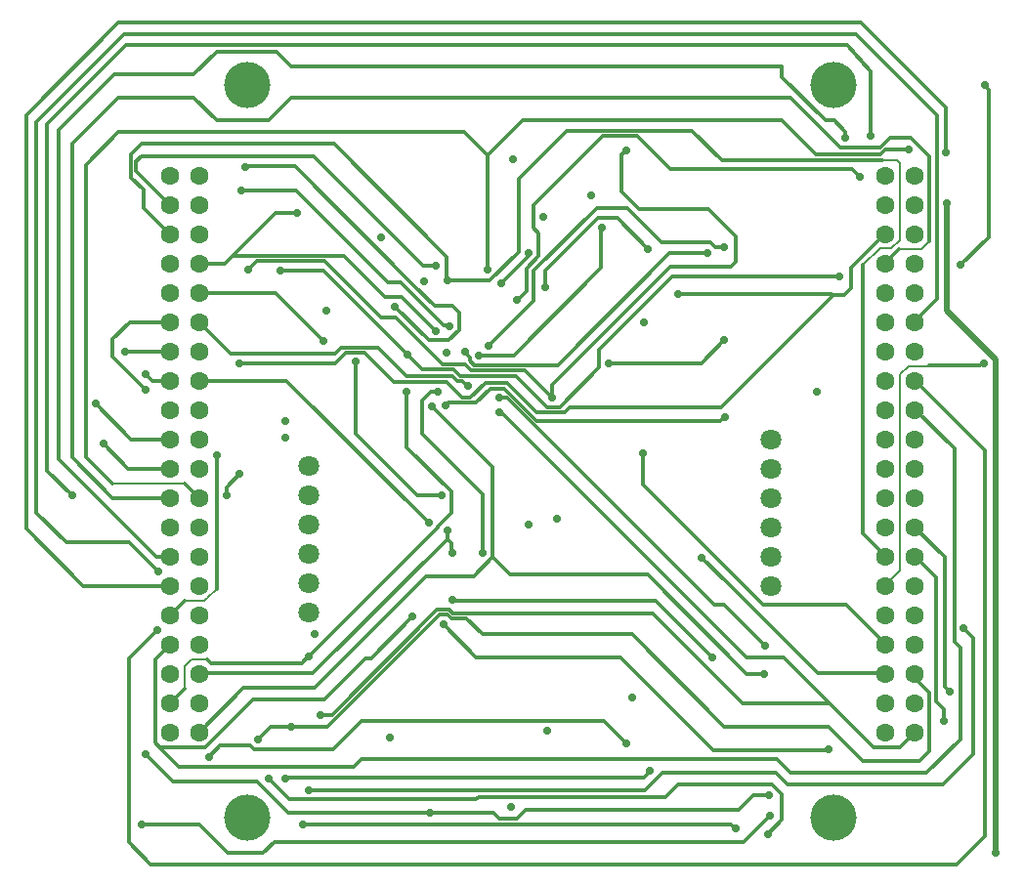
<source format=gbr>
%TF.GenerationSoftware,Altium Limited,Altium Designer,23.3.1 (30)*%
G04 Layer_Physical_Order=4*
G04 Layer_Color=16711680*
%FSLAX45Y45*%
%MOMM*%
%TF.SameCoordinates,5468FEB5-A0EC-45A8-B7CF-D9D5DC2F6AF5*%
%TF.FilePolarity,Positive*%
%TF.FileFunction,Copper,L4,Bot,Signal*%
%TF.Part,Single*%
G01*
G75*
%TA.AperFunction,Conductor*%
%ADD28C,0.30000*%
%ADD30C,0.50000*%
%TA.AperFunction,TestPad*%
%ADD35C,1.80000*%
%TA.AperFunction,ViaPad*%
%ADD36C,4.00000*%
%ADD37C,0.70000*%
%TA.AperFunction,Conductor*%
%ADD38C,0.20000*%
%TA.AperFunction,ComponentPad*%
%ADD39C,1.60020*%
D28*
X12605223Y9407936D02*
X12647287Y9450000D01*
X11750000Y9700000D02*
X12042064Y9407936D01*
X12605223D01*
X12355847Y9284300D02*
X12427620Y9212527D01*
X10782945Y9284300D02*
X12355847D01*
X12427620Y9212527D02*
Y9223351D01*
X11933800Y9357300D02*
X12619796D01*
X11760883Y5050000D02*
X12540892Y4269991D01*
X11444056Y5050000D02*
X11760883D01*
X11409770Y4650000D02*
X12162103D01*
X12540892Y4269991D02*
X12771990D01*
X10183804Y8423584D02*
Y8766424D01*
X10189240Y8771860D01*
X9425940Y7665720D02*
X10183804Y8423584D01*
X9700000Y8258244D02*
X9701333Y8256911D01*
X9700000Y8258244D02*
Y8400000D01*
X10156162Y8856162D01*
X8893396Y5541658D02*
X10658342D01*
X8889970Y5545085D02*
X8893396Y5541658D01*
X7500000Y4450000D02*
X7810240D01*
X8866046Y5462060D02*
X8897464Y5430642D01*
X10629128D01*
X7750000Y4550000D02*
X7849853D01*
X8882919Y5384800D02*
X9015200D01*
X7849853Y4550000D02*
X8761913Y5462060D01*
X8779600Y5419360D02*
X8848359D01*
X8813980Y5336360D02*
X8813980D01*
X9100340Y5050000D01*
X8761913Y5462060D02*
X8866046D01*
X7810240Y4450000D02*
X8779600Y5419360D01*
X8848359D02*
X8882919Y5384800D01*
X8102175Y4169555D02*
X11701414D01*
X8035540Y4102920D02*
X8102175Y4169555D01*
X11701414D02*
X11821530Y4049438D01*
X10549588Y4004008D02*
X10605014Y4059434D01*
X7450000Y4000000D02*
X7454008Y4004008D01*
X10549588D01*
X6357620Y4269740D02*
X6524440Y4102920D01*
X8035540D01*
X10167000Y7717617D02*
X10799383Y8350000D01*
X9824268Y7216958D02*
X10167000Y7559690D01*
X10250000Y7600000D02*
X11050000D01*
X10167000Y7559690D02*
Y7717617D01*
X11050000Y7600000D02*
X11250000Y7800000D01*
X10583790Y5766210D02*
X11446152Y4903848D01*
X9391226Y5766210D02*
X10583790D01*
X9241815Y5915620D02*
X9391226Y5766210D01*
X8667603Y5750000D02*
X9076195D01*
X7700000Y4782397D02*
X8667603Y5750000D01*
X8889315Y5962409D02*
X8895424Y5956300D01*
X8889315Y5962409D02*
Y6036300D01*
X8850000Y6075615D02*
X8889315Y6036300D01*
X8850000Y6075615D02*
Y6150000D01*
X6705901Y4911899D02*
X7686283D01*
X8850000Y6075615D01*
X6700002Y4906000D02*
X6705901Y4911899D01*
X10562960Y3900000D02*
X10712960Y4050000D01*
X7650000Y3900000D02*
X10562960D01*
X9100000Y3817000D02*
X9118798Y3835798D01*
X7300000Y4000000D02*
X7483000Y3817000D01*
X9100000D01*
X9118798Y3835798D02*
X10735798D01*
X7467339Y3700000D02*
X8700000D01*
X7198899Y3968440D02*
X7467339Y3700000D01*
X6473500Y3968440D02*
X7198899D01*
X11800463Y3947487D02*
X13147366D01*
X13410013Y4210133D01*
X11697949Y4050000D02*
X11800463Y3947487D01*
X12517834Y9567466D02*
Y10123463D01*
X12510285Y10131980D02*
X12517834Y10123463D01*
X12322729Y10343598D02*
X12510285Y10131980D01*
X11750000Y10077324D02*
X12127324Y9700000D01*
X12200000D01*
X11750000Y10077324D02*
Y10168672D01*
X12296302Y9560398D02*
X12301220Y9555480D01*
X12296302Y9560398D02*
Y9603699D01*
X12200000Y9700000D02*
X12296302Y9603699D01*
X7498944Y10168672D02*
X11750000D01*
X6850000Y10300000D02*
X7367615D01*
X7498944Y10168672D01*
X6650325Y10100325D02*
X6850000Y10300000D01*
X5965774Y10100325D02*
X6650325D01*
X7500000Y9900000D02*
X11822080D01*
X7300000Y9700000D02*
X7500000Y9900000D01*
X6850000Y9700000D02*
X7300000D01*
X6650000Y9900000D02*
X6850000Y9700000D01*
X6000000Y9900000D02*
X6650000D01*
X9467000Y8562220D02*
Y9199609D01*
X9880374Y9612983D02*
X10971050D01*
X9467000Y9199609D02*
X9880374Y9612983D01*
X8846749Y8316031D02*
X8849360Y8313420D01*
X8846749Y8316031D02*
Y8518404D01*
X7865153Y9500000D02*
X8846749Y8518404D01*
X6203080Y9500000D02*
X7865153D01*
X7693419Y9389567D02*
X8636877Y8446110D01*
X8746110D01*
X6197813Y9389567D02*
X7693419D01*
X13266161Y3256021D02*
X13509575Y3499435D01*
Y6844425D01*
X12900000Y7454001D02*
X13509575Y6844425D01*
X13292386Y4338886D02*
Y5130227D01*
X13002937Y4049438D02*
X13292386Y4338886D01*
X13242700Y5179913D02*
X13292386Y5130227D01*
X13158673Y4791327D02*
Y5917327D01*
Y4791327D02*
X13200000Y4750000D01*
X5717000Y9317000D02*
X6000000Y9600000D01*
X8997880D01*
X5717000Y6786012D02*
Y9317000D01*
X5597767Y6783404D02*
Y9497767D01*
X11822080Y9900000D02*
X12255500Y9466580D01*
X5597767Y9497767D02*
X6000000Y9900000D01*
X5717000Y6786012D02*
X5950000Y6553012D01*
X8997880Y9600000D02*
X9199880Y9398000D01*
X5289030Y9689030D02*
X6050000Y10450000D01*
X5289030Y6303530D02*
Y9689030D01*
Y6303530D02*
X5547360Y6045200D01*
X5383829Y9667717D02*
X6069138Y10353026D01*
X5383829Y6666171D02*
X5600000Y6450000D01*
X5383829Y6666171D02*
Y9667717D01*
X5485737Y9620288D02*
X5965774Y10100325D01*
X5485737Y6766512D02*
Y9620288D01*
Y6766512D02*
X6330249Y5922000D01*
X5597767Y6783404D02*
X5951172Y6430000D01*
X6112000Y6938000D02*
X6446002D01*
X5800000Y7250000D02*
X6112000Y6938000D01*
X11821530Y4049438D02*
X13002937D01*
X9015200Y5384800D02*
X9152570Y5247430D01*
X10452570D02*
X11250000Y4450000D01*
X9152570Y5247430D02*
X10452570D01*
X8767000Y6173575D02*
Y6184380D01*
X7647916Y5054491D02*
X8767000Y6173575D01*
X7454000Y7446000D02*
X8688023Y6211977D01*
X8883000Y6300380D02*
Y6484380D01*
X8767000Y6184380D02*
X8883000Y6300380D01*
X6800002Y5000000D02*
X7586863D01*
X7641354Y5054491D02*
X7645509D01*
X7586863Y5000000D02*
X7641354Y5054491D01*
X9241815Y5915620D02*
Y6698534D01*
X9158815Y5950000D02*
Y6462185D01*
X8630498Y6990502D02*
X9158815Y6462185D01*
X8713500Y7226849D02*
X9241815Y6698534D01*
X9076195Y5750000D02*
X9241815Y5915620D01*
X8887771Y5948646D02*
X8895424Y5956300D01*
X6934200Y6449060D02*
Y6520180D01*
X7051040Y6637020D01*
Y7597140D02*
X7874818D01*
X13325700Y5300000D02*
X13410013Y5215687D01*
Y4210133D02*
Y5215687D01*
X12900000Y6176001D02*
X13158673Y5917327D01*
X12900000Y5930001D02*
X13084204Y5745796D01*
Y4665796D02*
Y5745796D01*
Y4665796D02*
X13150000Y4600000D01*
X12900000Y7200001D02*
X13242700Y6857300D01*
Y5179913D02*
Y6857300D01*
X12944890Y4150000D02*
X13028011Y4233120D01*
X12900000Y4872234D02*
X13028011Y4744224D01*
Y4233120D02*
Y4744224D01*
X12900000Y4872234D02*
Y4914001D01*
X7322980Y4450000D02*
X7500000D01*
X11157910Y4242090D02*
X12113806D01*
X10350000Y5050000D02*
X11157910Y4242090D01*
X12142347Y4242346D02*
X12150000Y4250000D01*
X12114062Y4242346D02*
X12142347D01*
X12113806Y4242090D02*
X12114062Y4242346D01*
X6950000Y3350000D02*
X7250000D01*
X7350000Y3450000D01*
X11420520D01*
X11648440Y3677920D01*
X11306176Y3600000D02*
X11339176Y3567000D01*
X11350000D01*
X6700000Y3600000D02*
X6950000Y3350000D01*
X6200000Y3600000D02*
X6700000D01*
X6280548Y3256021D02*
X13266161D01*
X6089198Y3447372D02*
X6280548Y3256021D01*
X6089198Y3447372D02*
Y5035098D01*
X6235700Y4206240D02*
X6473500Y3968440D01*
X8700000Y3700000D02*
X9250000D01*
X6881420Y4283000D02*
X7138600D01*
X6752775Y4269740D02*
X7169891Y4686856D01*
X6357620Y4269740D02*
X6752775D01*
X6784340Y4185920D02*
X6881420Y4283000D01*
X8586800Y6450000D02*
X8800000D01*
X9526588Y3726588D02*
X11376588D01*
X11505720Y3855720D01*
X9450000Y3650000D02*
X9526588Y3726588D01*
X9300000Y3650000D02*
X9450000D01*
X11505720Y3855720D02*
X11640820D01*
X9250000Y3700000D02*
X9300000Y3650000D01*
X10735798Y3835798D02*
X10850000Y3950000D01*
X7600000Y3600000D02*
X11306176D01*
X9315160Y8293000D02*
X9542346Y8520187D01*
X10207001Y4492999D02*
X10400000Y4300000D01*
X8107419Y4492999D02*
X10207001D01*
X7864420Y4250000D02*
X8107419Y4492999D01*
X8311843Y8170530D02*
X8454616D01*
X8746886Y7878260D01*
X8780394Y7961260D02*
X8783701D01*
X8820912Y7924049D02*
X8866951D01*
X8441654Y8300000D02*
X8780394Y7961260D01*
X8783701D02*
X8820912Y7924049D01*
X8686800Y7795260D02*
X8862640D01*
X8333387Y8300000D02*
X8441654D01*
X8866951Y7924049D02*
X8870500Y7920500D01*
X7537647Y9095740D02*
X8333387Y8300000D01*
X7066280Y9095740D02*
X7537647D01*
X6987296Y8525703D02*
X7956669D01*
X8311843Y8170530D01*
X8394530Y8087530D02*
X8686800Y7795260D01*
X7528253Y9306560D02*
X8565843Y8268970D01*
X7106560Y9306560D02*
X7528253D01*
X8565843Y8268970D02*
X8567420D01*
X13089439Y8151441D02*
Y9747700D01*
X13028011Y8652247D02*
Y9389370D01*
X12900000Y7962001D02*
X13089439Y8151441D01*
X12867380Y9550000D02*
X13028011Y9389370D01*
X12387140Y10450000D02*
X13089439Y9747700D01*
X13300000Y8450000D02*
X13541618Y8691618D01*
X13505180Y9999316D02*
X13541618Y9962878D01*
Y8691618D02*
Y9962878D01*
X13505180Y9999316D02*
Y10010140D01*
X9297580Y7295700D02*
X9369159D01*
X11163107Y5501752D02*
X11248248D01*
X9222298Y7378700D02*
X9346546D01*
X9625246Y7100000D02*
X11217166D01*
X9346546Y7378700D02*
X9625246Y7100000D01*
X9369159Y7295700D02*
X11163107Y5501752D01*
X9310824Y7174680D02*
X9327705Y7157800D01*
X9300000Y7174680D02*
X9310824D01*
X9327705Y7157800D02*
X9336256D01*
X11444056Y5050000D01*
X11446152Y4903848D02*
X11595992D01*
X12450000Y6126000D02*
Y8447963D01*
X12646000Y8470001D02*
X12760425Y8584426D01*
X12771990Y4269991D02*
X12900000Y4398001D01*
X9450000Y8150000D02*
X9458934D01*
X9533000Y8224066D01*
Y8415620D01*
X9641022Y8523642D01*
X8849360Y8313420D02*
X9218200D01*
X9199880Y8412480D02*
Y9398000D01*
X9218200Y8313420D02*
X9467000Y8562220D01*
X9542346Y8520187D02*
Y8542346D01*
X9550000Y8550000D01*
X9641022Y8523642D02*
Y8726099D01*
X12313302Y10353026D02*
X12322729Y10343598D01*
X6069138Y10353026D02*
X12313302D01*
X11167379Y8600000D02*
X11250000D01*
X10707351Y8642649D02*
X11124730D01*
X11167379Y8600000D01*
X10775040Y8550000D02*
X11100000D01*
X8953500Y7886120D02*
Y8036560D01*
X8862640Y7795260D02*
X8953500Y7886120D01*
X9209222Y7749540D02*
X9600000Y8140318D01*
Y8400000D01*
X6767723Y5032278D02*
X6800002Y5000000D01*
X9000000Y7689176D02*
Y7700000D01*
Y7689176D02*
X9043220Y7645956D01*
Y7621720D02*
Y7645956D01*
Y7621720D02*
X9083040Y7581900D01*
X9806940D01*
X8810645Y7585207D02*
X9002629D01*
X9050838Y7536998D01*
X8398988Y7996865D02*
X8810645Y7585207D01*
X9126220Y7665720D02*
X9425940D01*
X8567420Y8268970D02*
X8737648Y8098742D01*
X8791389D01*
X8792831Y8097300D02*
X8892760D01*
X8953500Y8036560D01*
X8791389Y8098742D02*
X8792831Y8097300D01*
X11584940Y5506720D02*
X12307280D01*
X10547914Y6543746D02*
Y6817000D01*
X11052368Y5913120D02*
X11277528Y5687960D01*
X10547914Y6543746D02*
X11584940Y5506720D01*
X10850000Y8200000D02*
X12178420D01*
X12192000Y8186420D01*
X6083000Y6684000D02*
X6446002D01*
X5867000Y6900000D02*
X6083000Y6684000D01*
X6700002Y5160000D02*
X6712099D01*
X8189601Y5039601D02*
X8550000Y5400000D01*
X8136766Y5039601D02*
X8189601D01*
X7205980Y4333000D02*
X7322980Y4450000D01*
X7169891Y4686856D02*
X7784021D01*
X8136766Y5039601D01*
X10658342Y5541658D02*
X11150000Y5050000D01*
X7084399Y4782397D02*
X7700000D01*
X7100000Y9300000D02*
X7106560Y9306560D01*
X7361593Y8900000D02*
X7550000D01*
X11248248Y5501752D02*
X11600000Y5150000D01*
X11303000Y8430260D02*
X11350000Y8477260D01*
X11114280Y8935720D02*
X11350000Y8700000D01*
Y8477260D02*
Y8700000D01*
X12450000Y6126000D02*
X12646000Y5930001D01*
X12255500Y9466580D02*
X12603480D01*
X12647287Y9450000D02*
X12850000D01*
X12603480Y9466580D02*
X12686900Y9550000D01*
X12867380D01*
X9501880Y9700000D02*
X11750000D01*
X9199880Y9398000D02*
X9501880Y9700000D01*
X9596938Y8970071D02*
X10197150Y9570283D01*
X10496961D01*
X10971050Y9612983D02*
X11226733Y9357300D01*
X10496961Y9570283D02*
X10782945Y9284300D01*
X11226733Y9357300D02*
X11933800D01*
X13027922Y7577922D02*
X13467097D01*
X9596938Y8770183D02*
Y8970071D01*
X13489175Y7600000D02*
X13500000D01*
X13467097Y7577922D02*
X13489175Y7600000D01*
X6987296Y8525703D02*
X7361593Y8900000D01*
X6923593Y8462000D02*
X6987296Y8525703D01*
X6700002Y8462000D02*
X6923593D01*
X7122160Y8404860D02*
X7200301Y8483001D01*
X5200000Y6163960D02*
Y9750000D01*
Y6163960D02*
X5695960Y5668000D01*
X5200000Y9750000D02*
X6000000Y10550000D01*
X13150000Y4500000D02*
Y4600000D01*
X9600000Y8400000D02*
X10143315Y8943315D01*
X10406685D01*
X10156162Y8856162D02*
X10322560D01*
X9596938Y8770183D02*
X9641022Y8726099D01*
X10406685Y8943315D02*
X10707351Y8642649D01*
X9806940Y7581900D02*
X10775040Y8550000D01*
X9761220Y7411220D02*
X10780260Y8430260D01*
X11303000D01*
X10514280Y8935720D02*
X11114280D01*
X10360660Y9089340D02*
X10514280Y8935720D01*
X10360660Y9089340D02*
Y9405620D01*
X12286420Y8186420D02*
X12349480Y8249480D01*
X12192000Y8186420D02*
X12286420D01*
X12349480Y8249480D02*
Y8427481D01*
X10799383Y8350000D02*
X12250000D01*
X9761220Y7299960D02*
Y7411220D01*
X11249486Y7132320D02*
X11254740D01*
X9372009Y7427991D02*
X9625745Y7174255D01*
X8963809Y7482741D02*
X9446359D01*
X11217166Y7100000D02*
X11249486Y7132320D01*
X9712142Y7216958D02*
X9824268D01*
X9866655Y7174255D02*
X9908540Y7216140D01*
X9446359Y7482741D02*
X9712142Y7216958D01*
X9625745Y7174255D02*
X9866655D01*
X11635002Y6950000D02*
X11650000Y6935003D01*
X9177991Y7427991D02*
X9372009D01*
X9100378Y7256780D02*
X9222298Y7378700D01*
X8856980Y7256780D02*
X9100378D01*
X8904046Y7542505D02*
X8963809Y7482741D01*
X9049960Y7299960D02*
X9177991Y7427991D01*
X8981237Y7440042D02*
X9021537Y7399741D01*
X9032362D01*
X8981440Y7299960D02*
X9049960D01*
X8890036Y7490033D02*
X8940027Y7440042D01*
X8981237D01*
X11595992Y4903848D02*
X11597640Y4902200D01*
X12057393Y4914001D02*
X12646000D01*
X11283434Y5687960D02*
X12057393Y4914001D01*
X11277528Y5687960D02*
X11283434D01*
X7138600Y4283000D02*
X7171600Y4250000D01*
X9100340Y5050000D02*
X10350000D01*
X10629128Y5430642D02*
X11409770Y4650000D01*
X6446002Y4648002D02*
X6577777Y4779777D01*
X12450000Y4150000D02*
X12944890D01*
X12150000Y4450000D02*
X12450000Y4150000D01*
X11250000Y4450000D02*
X12150000D01*
X10850000Y3950000D02*
X11663920D01*
X11750000Y3863920D01*
Y3639780D02*
Y3863920D01*
X10712960Y4050000D02*
X11697949D01*
X11628120Y3517900D02*
X11750000Y3639780D01*
X6050000Y10450000D02*
X12387140D01*
X6000000Y10550000D02*
X12434460D01*
X13172440Y9812020D01*
X7171600Y4250000D02*
X7864420D01*
X6700002Y4398000D02*
X7084399Y4782397D01*
X6089198Y5035098D02*
X6339840Y5285740D01*
X6700002Y7446000D02*
X7454000D01*
X8054340Y6982460D02*
X8586800Y6450000D01*
X8498840Y6868540D02*
Y7350760D01*
Y6868540D02*
X8883000Y6484380D01*
X5951172Y6430000D02*
X6446002D01*
X6330249Y5922000D02*
X6446002D01*
X10360660Y9405620D02*
X10398760Y9443720D01*
X6110798Y9407718D02*
X6203080Y9500000D01*
X12307280Y5506720D02*
X12646000Y5168001D01*
X11221720Y7216140D02*
X12192000Y8186420D01*
X6446002Y5410002D02*
X6574257Y5538257D01*
X6316980Y4310380D02*
X6357620Y4269740D01*
X8630498Y6990502D02*
Y7272599D01*
X8711199Y7353300D01*
X8765540D01*
X6059145Y7700000D02*
X6446002D01*
X6295964Y7446000D02*
X6446002D01*
X6235700Y7506264D02*
X6295964Y7446000D01*
X7200301Y8483001D02*
X7788336D01*
X8274472Y7996865D01*
X8398988D01*
X9050838Y7536998D02*
X9524182D01*
X9761220Y7299960D01*
X7874818Y7597140D02*
X7970520Y7692842D01*
X8131358D01*
X8387080Y7437120D01*
X8844280D01*
X8981440Y7299960D01*
X9908540Y7216140D02*
X11221720D01*
X12349480Y8427481D02*
X12646000Y8724001D01*
X10322560Y8856162D02*
X10590982Y8587740D01*
X13172440Y9428480D02*
Y9812020D01*
X5695960Y5668000D02*
X6446002D01*
X6849999Y5643712D02*
Y6800002D01*
X7399995Y8399998D02*
X7777963D01*
X8506460Y7671501D01*
X6576990Y6553012D02*
X6700002Y6430000D01*
X6446002Y4648002D02*
Y4652000D01*
X8491835Y7490033D02*
X8890036D01*
X8246323Y7735545D02*
X8491835Y7490033D01*
X7928635Y7735545D02*
X8246323D01*
X7876591Y7683500D02*
X7928635Y7735545D01*
X6970502Y7683500D02*
X7876591D01*
X6700002Y7954000D02*
X6970502Y7683500D01*
X8635456Y7542505D02*
X8904046D01*
X8506460Y7671501D02*
X8635456Y7542505D01*
X8831580Y7231380D02*
X8856980Y7256780D01*
X5951220Y7651750D02*
X6235700Y7367270D01*
X5951220Y7651750D02*
Y7809220D01*
X6096000Y7954000D01*
X6446002D01*
X6110798Y9206677D02*
Y9407718D01*
Y9206677D02*
X6218250Y9099225D01*
Y8943751D02*
Y9099225D01*
Y8943751D02*
X6446002Y8716000D01*
X6316980Y5030978D02*
X6446002Y5160000D01*
X6316980Y4310380D02*
Y5030978D01*
X8054340Y6982460D02*
Y7609840D01*
X6153501Y9262501D02*
X6446002Y8970000D01*
X6153501Y9262501D02*
Y9345254D01*
X6197813Y9389567D01*
X7364740Y8208000D02*
X7780020Y7792720D01*
X6700002Y8208000D02*
X7364740D01*
X6093460Y6045200D02*
X6344920Y5793740D01*
X5547360Y6045200D02*
X6093460D01*
X6446002Y5410002D02*
Y5414000D01*
D30*
X13600000Y3350000D02*
Y7631522D01*
X13177673Y8053847D02*
Y8983983D01*
Y8053847D02*
X13600000Y7631522D01*
D35*
X7650002Y6707998D02*
D03*
Y6453998D02*
D03*
Y6199998D02*
D03*
Y5945998D02*
D03*
Y5691998D02*
D03*
Y5437998D02*
D03*
X11650000Y5665003D02*
D03*
Y5919003D02*
D03*
Y6173003D02*
D03*
Y6427003D02*
D03*
Y6681003D02*
D03*
Y6935003D02*
D03*
D36*
X7112000Y10007600D02*
D03*
X12192000D02*
D03*
Y3657600D02*
D03*
X7112000D02*
D03*
D37*
X12427620Y9212527D02*
D03*
X9701333Y8256911D02*
D03*
X10550000Y7950000D02*
D03*
X8889970Y5545085D02*
D03*
X8813980Y5336360D02*
D03*
X7750000Y4550000D02*
D03*
X8350000Y4350000D02*
D03*
X10250000Y7600000D02*
D03*
X7650000Y3900000D02*
D03*
X7450000Y4000000D02*
D03*
X7300000D02*
D03*
X8277803Y8687804D02*
D03*
X13200000Y4750000D02*
D03*
X5800000Y7250000D02*
D03*
X8688023Y6211977D02*
D03*
X7645509Y5054491D02*
D03*
X8850000Y6150000D02*
D03*
X9158815Y5950000D02*
D03*
X8895424Y5956300D02*
D03*
X7051040Y7597140D02*
D03*
Y6637020D02*
D03*
X13325700Y5300000D02*
D03*
X12150000Y4250000D02*
D03*
X11350000Y3567000D02*
D03*
X6784340Y4185920D02*
D03*
X8800000Y6450000D02*
D03*
X9400000Y3750000D02*
D03*
X9315160Y8293000D02*
D03*
X9715002Y4409999D02*
D03*
X7450000Y6950000D02*
D03*
X9800000Y6250000D02*
D03*
X10450000Y4700000D02*
D03*
X9418658Y9366665D02*
D03*
X12050000Y7350000D02*
D03*
X7800000Y8050000D02*
D03*
X9550000Y6200000D02*
D03*
X8749321Y7878260D02*
D03*
X8394530Y8087530D02*
D03*
X8746110Y8446110D02*
D03*
X8647640Y8309820D02*
D03*
X8849360Y8313420D02*
D03*
X13600000Y3350000D02*
D03*
X13177673Y8983983D02*
D03*
X9300000Y7174680D02*
D03*
X10100000Y9050000D02*
D03*
X8870500Y7920500D02*
D03*
X8845550Y7689850D02*
D03*
X11250000Y7800000D02*
D03*
X9450000Y8150000D02*
D03*
X9199880Y8412480D02*
D03*
X9550000Y8550000D02*
D03*
X7450000Y7100000D02*
D03*
X7600000Y3600000D02*
D03*
X11250000Y8600000D02*
D03*
X11100000Y8550000D02*
D03*
X9000000Y7700000D02*
D03*
X9126220Y7665720D02*
D03*
X11052368Y5913120D02*
D03*
X10850000Y8200000D02*
D03*
X7700000Y5250000D02*
D03*
X8550000Y5400000D02*
D03*
X7500000Y4450000D02*
D03*
X7100000Y9300000D02*
D03*
X7550000Y8900000D02*
D03*
X11600000Y5150000D02*
D03*
X12519660Y9565640D02*
D03*
X12301220Y9555480D02*
D03*
X12850000Y9450000D02*
D03*
X9679940Y8869680D02*
D03*
X13500000Y7600000D02*
D03*
X7122160Y8404860D02*
D03*
X13300000Y8450000D02*
D03*
X13150000Y4500000D02*
D03*
X10189240Y8771860D02*
D03*
X12250000Y8350000D02*
D03*
X9761220Y7299960D02*
D03*
X10547914Y6817000D02*
D03*
X9032362Y7399741D02*
D03*
X9297580Y7295700D02*
D03*
X11597640Y4902200D02*
D03*
X11150000Y5050000D02*
D03*
X11640820Y3855720D02*
D03*
X10400000Y4300000D02*
D03*
X8700000Y3700000D02*
D03*
X7205980Y4333000D02*
D03*
X6200000Y3600000D02*
D03*
X5867000Y6900000D02*
D03*
X5600000Y6450000D02*
D03*
X10398760Y9443720D02*
D03*
X7066280Y9095740D02*
D03*
X11628120Y3517900D02*
D03*
X8765540Y7353300D02*
D03*
X11648440Y3677920D02*
D03*
X6059145Y7700000D02*
D03*
X6235700Y7506264D02*
D03*
X6934200Y6449060D02*
D03*
X10590982Y8587740D02*
D03*
X13172440Y9428480D02*
D03*
X10607040Y4061460D02*
D03*
X8713500Y7226849D02*
D03*
X9209222Y7749540D02*
D03*
X8498840Y7350760D02*
D03*
X6849999Y6800002D02*
D03*
X7399995Y8399998D02*
D03*
X13505180Y10010140D02*
D03*
X8506460Y7671501D02*
D03*
X11254740Y7132320D02*
D03*
X8831580Y7231380D02*
D03*
X6235700Y4206240D02*
D03*
Y7367270D02*
D03*
X8054340Y7609840D02*
D03*
X6339840Y5285740D02*
D03*
X7780020Y7792720D02*
D03*
X6344920Y5793740D02*
D03*
D38*
X12911115Y8584508D02*
G03*
X12888017Y8584426I-11114J-122507D01*
G01*
X12911983D02*
G03*
X12911115Y8584508I-11982J-122425D01*
G01*
X12696952Y8592991D02*
X12769010Y8665049D01*
X12603047Y8592991D02*
X12696952D01*
X12599037Y8597001D02*
X12603047Y8592991D01*
X12450000Y8447963D02*
X12599037Y8597001D01*
X12769010Y8665049D02*
Y9330990D01*
X12960188Y8584426D02*
X13028011Y8652247D01*
X12911983Y8584426D02*
X12960188D01*
X12911983D02*
X12911983D01*
X12760425D02*
X12888017D01*
X13022665Y7572665D02*
X13027922Y7577922D01*
X12773000Y7500963D02*
X12844701Y7572665D01*
X13022665D01*
X12773000Y5803001D02*
Y7500963D01*
X12646000Y5676001D02*
X12773000Y5803001D01*
X12619796Y9357300D02*
X12742700D01*
X12769010Y9330990D01*
X11933800Y9357300D02*
X11938800Y9362300D01*
X6576992Y4780562D02*
X6577777Y4779777D01*
X6576992Y4972290D02*
X6636978Y5032276D01*
X6576992Y4780562D02*
Y4972290D01*
X6636978Y5032276D02*
X6767723Y5032278D01*
X6767354Y5561069D02*
X6849999Y5643712D01*
X6744543Y5538257D02*
X6767354Y5561069D01*
X5950000Y6553012D02*
X6576990D01*
X6574257Y5538257D02*
X6744543D01*
D39*
X12646000Y9224001D02*
D03*
X12900000D02*
D03*
X12646000Y8970001D02*
D03*
X12900000D02*
D03*
X12646000Y8716001D02*
D03*
X12900000D02*
D03*
X12646000Y8462001D02*
D03*
X12900000D02*
D03*
X12646000Y8208001D02*
D03*
X12900000D02*
D03*
X12646000Y7954001D02*
D03*
X12900000D02*
D03*
X12646000Y7700001D02*
D03*
X12900000D02*
D03*
X12646000Y7446001D02*
D03*
X12900000D02*
D03*
X12646000Y7192001D02*
D03*
X12900000D02*
D03*
X12646000Y6938001D02*
D03*
X12900000D02*
D03*
X12646000Y6684001D02*
D03*
X12900000D02*
D03*
X12646000Y6430001D02*
D03*
X12900000D02*
D03*
X12646000Y6176001D02*
D03*
X12900000D02*
D03*
X12646000Y5922001D02*
D03*
X12900000D02*
D03*
X12646000Y5668001D02*
D03*
X12900000D02*
D03*
X12646000Y5414001D02*
D03*
X12900000D02*
D03*
X12646000Y5160001D02*
D03*
X12900000D02*
D03*
X12646000Y4906001D02*
D03*
X12900000D02*
D03*
X12646000Y4652001D02*
D03*
X12900000D02*
D03*
X12646000Y4398001D02*
D03*
X12900000D02*
D03*
X6700002Y4398000D02*
D03*
X6446002D02*
D03*
X6700002Y4652000D02*
D03*
X6446002D02*
D03*
X6700002Y4906000D02*
D03*
X6446002D02*
D03*
X6700002Y5160000D02*
D03*
X6446002D02*
D03*
X6700002Y5414000D02*
D03*
X6446002D02*
D03*
X6700002Y5668000D02*
D03*
X6446002D02*
D03*
X6700002Y5922000D02*
D03*
X6446002D02*
D03*
X6700002Y6176000D02*
D03*
X6446002D02*
D03*
X6700002Y6430000D02*
D03*
X6446002D02*
D03*
X6700002Y6684000D02*
D03*
X6446002D02*
D03*
X6700002Y6938000D02*
D03*
X6446002D02*
D03*
X6700002Y7192000D02*
D03*
X6446002D02*
D03*
X6700002Y7446000D02*
D03*
X6446002D02*
D03*
X6700002Y7700000D02*
D03*
X6446002D02*
D03*
X6700002Y7954000D02*
D03*
X6446002D02*
D03*
X6700002Y8208000D02*
D03*
X6446002D02*
D03*
X6700002Y8462000D02*
D03*
X6446002D02*
D03*
X6700002Y8716000D02*
D03*
X6446002D02*
D03*
X6700002Y8970000D02*
D03*
X6446002D02*
D03*
X6700002Y9224000D02*
D03*
X6446002D02*
D03*
%TF.MD5,cbee89b435b44d3e878128f69e361528*%
M02*

</source>
